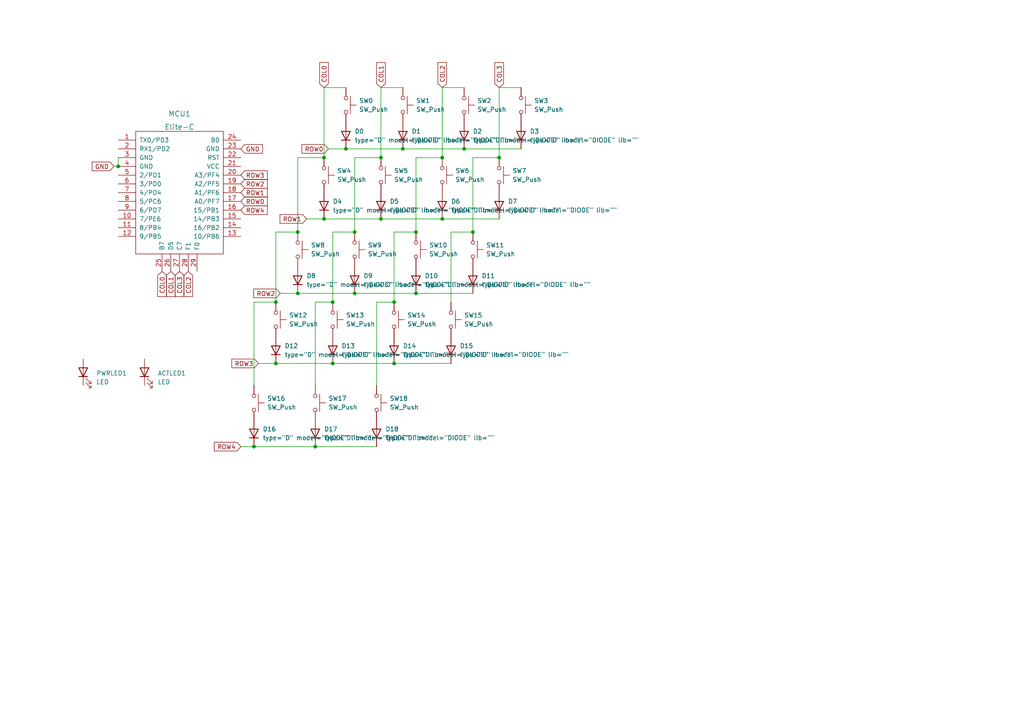
<source format=kicad_sch>
(kicad_sch (version 20211123) (generator eeschema)
  (paper "A4")
  (lib_symbols
    (symbol "Device:LED" (pin_numbers hide) (pin_names (offset 1.016) hide)
      (property "Reference" "D" (at 0 2.54 0))
      (property "Value" "LED" (at 0 -2.54 0))
      (symbol "LED_0_1"
        (polyline (pts (xy -1.27 -1.27) (xy -1.27 1.27)) (stroke (width 0.254)))
        (polyline (pts (xy -1.27 0) (xy 1.27 0)))
        (polyline (pts (xy 1.27 -1.27) (xy 1.27 1.27) (xy -1.27 0) (xy 1.27 -1.27)) (stroke (width 0.254)))
        (polyline (pts (xy -3.048 -0.762) (xy -4.572 -2.286) (xy -3.81 -2.286) (xy -4.572 -2.286) (xy -4.572 -1.524)))
        (polyline (pts (xy -1.778 -0.762) (xy -3.302 -2.286) (xy -2.54 -2.286) (xy -3.302 -2.286) (xy -3.302 -1.524)))
      )
      (symbol "LED_1_1"
        (pin passive line (at -3.81 0 0) (length 2.54) (name "K") (number "1"))
        (pin passive line (at 3.81 0 180) (length 2.54) (name "A") (number "2"))
      )
    )
    (symbol "Keebio Parts:Elite-C" (pin_names (offset 1.016))
      (property "Reference" "U" (at 0 0 0))
      (property "Value" "Elite-C" (at 0 2.54 0))
      (symbol "Elite-C_0_1"
        (rectangle (start 12.7 -19.05) (end -12.7 16.51))
      )
      (symbol "Elite-C_1_1"
        (pin input line (at -17.78 13.97 0) (length 5.08) (name "TX0/PD3") (number "1"))
        (pin input line (at -17.78 -8.89 0) (length 5.08) (name "7/PE6") (number "10"))
        (pin input line (at -17.78 -11.43 0) (length 5.08) (name "8/PB4") (number "11"))
        (pin input line (at -17.78 -13.97 0) (length 5.08) (name "9/PB5") (number "12"))
        (pin input line (at 17.78 -13.97 180) (length 5.08) (name "10/PB6") (number "13"))
        (pin input line (at 17.78 -11.43 180) (length 5.08) (name "16/PB2") (number "14"))
        (pin input line (at 17.78 -8.89 180) (length 5.08) (name "14/PB3") (number "15"))
        (pin input line (at 17.78 -6.35 180) (length 5.08) (name "15/PB1") (number "16"))
        (pin input line (at 17.78 -3.81 180) (length 5.08) (name "A0/PF7") (number "17"))
        (pin input line (at 17.78 -1.27 180) (length 5.08) (name "A1/PF6") (number "18"))
        (pin input line (at 17.78 1.27 180) (length 5.08) (name "A2/PF5") (number "19"))
        (pin input line (at -17.78 11.43 0) (length 5.08) (name "RX1/PD2") (number "2"))
        (pin input line (at 17.78 3.81 180) (length 5.08) (name "A3/PF4") (number "20"))
        (pin input line (at 17.78 6.35 180) (length 5.08) (name "VCC") (number "21"))
        (pin input line (at 17.78 8.89 180) (length 5.08) (name "RST") (number "22"))
        (pin input line (at 17.78 11.43 180) (length 5.08) (name "GND") (number "23"))
        (pin input line (at 17.78 13.97 180) (length 5.08) (name "B0") (number "24"))
        (pin input line (at -5.08 -24.13 90) (length 5.08) (name "B7") (number "25"))
        (pin input line (at -2.54 -24.13 90) (length 5.08) (name "D5") (number "26"))
        (pin input line (at 0 -24.13 90) (length 5.08) (name "C7") (number "27"))
        (pin input line (at 2.54 -24.13 90) (length 5.08) (name "F1") (number "28"))
        (pin input line (at 5.08 -24.13 90) (length 5.08) (name "F0") (number "29"))
        (pin input line (at -17.78 8.89 0) (length 5.08) (name "GND") (number "3"))
        (pin input line (at -17.78 6.35 0) (length 5.08) (name "GND") (number "4"))
        (pin input line (at -17.78 3.81 0) (length 5.08) (name "2/PD1") (number "5"))
        (pin input line (at -17.78 1.27 0) (length 5.08) (name "3/PD0") (number "6"))
        (pin input line (at -17.78 -1.27 0) (length 5.08) (name "4/PD4") (number "7"))
        (pin input line (at -17.78 -3.81 0) (length 5.08) (name "5/PC6") (number "8"))
        (pin input line (at -17.78 -6.35 0) (length 5.08) (name "6/PD7") (number "9"))
      )
    )
    (symbol "Simulation_SPICE:DIODE" (pin_numbers hide) (pin_names (offset 1.016) hide)
      (property "Reference" "D" (at 0 2.54 0))
      (property "Value" "DIODE" (at 0 -2.54 0))
      (symbol "DIODE_0_1"
        (polyline (pts (xy 1.27 0) (xy -1.27 0)))
        (polyline (pts (xy 1.27 1.27) (xy 1.27 -1.27)) (stroke (width 0.254)))
        (polyline (pts (xy -1.27 -1.27) (xy -1.27 1.27) (xy 1.27 0) (xy -1.27 -1.27)) (stroke (width 0.254)))
      )
      (symbol "DIODE_1_1"
        (pin passive line (at -3.81 0 0) (length 2.54) (name "A") (number "1"))
        (pin passive line (at 3.81 0 180) (length 2.54) (name "K") (number "2"))
      )
    )
    (symbol "Switch:SW_Push" (pin_numbers hide) (pin_names (offset 1.016) hide)
      (property "Reference" "SW" (at 1.27 2.54 0))
      (property "Value" "SW_Push" (at 0 -1.524 0))
      (symbol "SW_Push_0_1"
        (circle (center -2.032 0) (radius 0.508))
        (polyline (pts (xy 0 1.27) (xy 0 3.048)))
        (polyline (pts (xy 2.54 1.27) (xy -2.54 1.27)))
        (circle (center 2.032 0) (radius 0.508))
        (pin passive line (at -5.08 0 0) (length 2.54) (name "1") (number "1"))
        (pin passive line (at 5.08 0 180) (length 2.54) (name "2") (number "2"))
      )
    )
  )
  (junction (at 116.84 43.18))
  (junction (at 144.78 45.72))
  (junction (at 80.01 87.63))
  (junction (at 134.62 43.18))
  (junction (at 120.65 67.31))
  (junction (at 110.49 63.5))
  (junction (at 86.36 85.09))
  (junction (at 93.98 45.72))
  (junction (at 114.3 105.41))
  (junction (at 93.98 63.5))
  (junction (at 137.16 67.31))
  (junction (at 96.52 87.63))
  (junction (at 102.87 85.09))
  (junction (at 102.87 67.31))
  (junction (at 91.44 129.54))
  (junction (at 100.33 43.18))
  (junction (at 34.29 48.26))
  (junction (at 73.66 129.54))
  (junction (at 96.52 105.41))
  (junction (at 114.3 87.63))
  (junction (at 86.36 67.31))
  (junction (at 120.65 85.09))
  (junction (at 128.27 45.72))
  (junction (at 128.27 63.5))
  (junction (at 80.01 105.41))
  (junction (at 110.49 45.72))
  (wire (pts (xy 114.3 87.63) (xy 114.3 67.31)))
  (wire (pts (xy 86.36 67.31) (xy 86.36 45.72)))
  (wire (pts (xy 93.98 25.4) (xy 93.98 45.72)))
  (wire (pts (xy 114.3 67.31) (xy 120.65 67.31)))
  (wire (pts (xy 80.01 87.63) (xy 80.01 67.31)))
  (wire (pts (xy 34.29 45.72) (xy 34.29 48.26)))
  (wire (pts (xy 128.27 63.5) (xy 144.78 63.5)))
  (wire (pts (xy 120.65 67.31) (xy 120.65 45.72)))
  (wire (pts (xy 144.78 25.4) (xy 144.78 45.72)))
  (wire (pts (xy 137.16 67.31) (xy 137.16 45.72)))
  (wire (pts (xy 116.84 43.18) (xy 134.62 43.18)))
  (wire (pts (xy 93.98 63.5) (xy 110.49 63.5)))
  (wire (pts (xy 88.9 63.5) (xy 93.98 63.5)))
  (wire (pts (xy 91.44 87.63) (xy 96.52 87.63)))
  (wire (pts (xy 109.22 87.63) (xy 114.3 87.63)))
  (wire (pts (xy 134.62 43.18) (xy 151.13 43.18)))
  (wire (pts (xy 86.36 45.72) (xy 93.98 45.72)))
  (wire (pts (xy 134.62 25.4) (xy 128.27 25.4)))
  (wire (pts (xy 102.87 85.09) (xy 120.65 85.09)))
  (wire (pts (xy 100.33 25.4) (xy 93.98 25.4)))
  (wire (pts (xy 110.49 63.5) (xy 128.27 63.5)))
  (wire (pts (xy 73.66 87.63) (xy 80.01 87.63)))
  (wire (pts (xy 130.81 87.63) (xy 130.81 67.31)))
  (wire (pts (xy 151.13 25.4) (xy 144.78 25.4)))
  (wire (pts (xy 116.84 25.4) (xy 110.49 25.4)))
  (wire (pts (xy 100.33 43.18) (xy 116.84 43.18)))
  (wire (pts (xy 73.66 129.54) (xy 91.44 129.54)))
  (wire (pts (xy 120.65 85.09) (xy 137.16 85.09)))
  (wire (pts (xy 102.87 45.72) (xy 110.49 45.72)))
  (wire (pts (xy 95.25 43.18) (xy 100.33 43.18)))
  (wire (pts (xy 86.36 85.09) (xy 102.87 85.09)))
  (wire (pts (xy 80.01 67.31) (xy 86.36 67.31)))
  (wire (pts (xy 96.52 67.31) (xy 102.87 67.31)))
  (wire (pts (xy 114.3 105.41) (xy 130.81 105.41)))
  (wire (pts (xy 120.65 45.72) (xy 128.27 45.72)))
  (wire (pts (xy 137.16 45.72) (xy 144.78 45.72)))
  (wire (pts (xy 33.02 48.26) (xy 34.29 48.26)))
  (wire (pts (xy 80.01 105.41) (xy 96.52 105.41)))
  (wire (pts (xy 74.93 105.41) (xy 80.01 105.41)))
  (wire (pts (xy 110.49 25.4) (xy 110.49 45.72)))
  (wire (pts (xy 109.22 87.63) (xy 109.22 111.76)))
  (wire (pts (xy 69.85 129.54) (xy 73.66 129.54)))
  (wire (pts (xy 81.28 85.09) (xy 86.36 85.09)))
  (wire (pts (xy 130.81 67.31) (xy 137.16 67.31)))
  (wire (pts (xy 73.66 111.76) (xy 73.66 87.63)))
  (wire (pts (xy 96.52 87.63) (xy 96.52 67.31)))
  (wire (pts (xy 96.52 105.41) (xy 114.3 105.41)))
  (wire (pts (xy 91.44 129.54) (xy 109.22 129.54)))
  (wire (pts (xy 91.44 87.63) (xy 91.44 111.76)))
  (wire (pts (xy 128.27 25.4) (xy 128.27 45.72)))
  (wire (pts (xy 102.87 67.31) (xy 102.87 45.72)))
  (global_label "ROW4" (shape input) (at 69.85 129.54 180) (property "Intersheet References" "${INTERSHEET_REFS}" (effects hide)))
  (global_label "ROW1" (shape input) (at 69.85 55.88 0) (property "Intersheet References" "${INTERSHEET_REFS}" (effects hide)))
  (global_label "COL3" (shape input) (at 52.07 78.74 270) (property "Intersheet References" "${INTERSHEET_REFS}" (effects hide)))
  (global_label "COL3" (shape input) (at 144.78 25.4 90) (property "Intersheet References" "${INTERSHEET_REFS}" (effects hide)))
  (global_label "ROW0" (shape input) (at 69.85 58.42 0) (property "Intersheet References" "${INTERSHEET_REFS}" (effects hide)))
  (global_label "COL2" (shape input) (at 54.61 78.74 270) (property "Intersheet References" "${INTERSHEET_REFS}" (effects hide)))
  (global_label "GND" (shape input) (at 33.02 48.26 180) (property "Intersheet References" "${INTERSHEET_REFS}" (effects hide)))
  (global_label "COL0" (shape input) (at 93.98 25.4 90) (property "Intersheet References" "${INTERSHEET_REFS}" (effects hide)))
  (global_label "COL1" (shape input) (at 110.49 25.4 90) (property "Intersheet References" "${INTERSHEET_REFS}" (effects hide)))
  (global_label "GND" (shape input) (at 69.85 43.18 0) (property "Intersheet References" "${INTERSHEET_REFS}" (effects hide)))
  (global_label "ROW2" (shape input) (at 81.28 85.09 180) (property "Intersheet References" "${INTERSHEET_REFS}" (effects hide)))
  (global_label "ROW2" (shape input) (at 69.85 53.34 0) (property "Intersheet References" "${INTERSHEET_REFS}" (effects hide)))
  (global_label "ROW0" (shape input) (at 95.25 43.18 180) (property "Intersheet References" "${INTERSHEET_REFS}" (effects hide)))
  (global_label "COL1" (shape input) (at 49.53 78.74 270) (property "Intersheet References" "${INTERSHEET_REFS}" (effects hide)))
  (global_label "ROW4" (shape input) (at 69.85 60.96 0) (property "Intersheet References" "${INTERSHEET_REFS}" (effects hide)))
  (global_label "COL2" (shape input) (at 128.27 25.4 90) (property "Intersheet References" "${INTERSHEET_REFS}" (effects hide)))
  (global_label "ROW3" (shape input) (at 74.93 105.41 180) (property "Intersheet References" "${INTERSHEET_REFS}" (effects hide)))
  (global_label "ROW1" (shape input) (at 88.9 63.5 180) (property "Intersheet References" "${INTERSHEET_REFS}" (effects hide)))
  (global_label "COL0" (shape input) (at 46.99 78.74 270) (property "Intersheet References" "${INTERSHEET_REFS}" (effects hide)))
  (global_label "ROW3" (shape input) (at 69.85 50.8 0) (property "Intersheet References" "${INTERSHEET_REFS}" (effects hide)))
  (symbol (lib_id "Switch:SW_Push") (at 120.65 72.39 270) (unit 1)
    (property "Reference" "SW10" (at 124.46 71.1199 90) (effects (justify left)))
    (property "Value" "SW_Push" (at 124.46 73.6599 90) (effects (justify left)))
    (property "Footprint" "Keebio:Switch_THT_6x6x8.5" (effects hide))
  )
  (symbol (lib_id "Switch:SW_Push") (at 86.36 72.39 270) (unit 1)
    (property "Reference" "SW8" (at 90.17 71.1199 90) (effects (justify left)))
    (property "Value" "SW_Push" (at 90.17 73.6599 90) (effects (justify left)))
    (property "Footprint" "Keebio:Switch_THT_6x6x8.5" (effects hide))
  )
  (symbol (lib_id "Simulation_SPICE:DIODE") (at 128.27 59.69 270) (unit 1)
    (property "Reference" "D6" (at 130.81 58.4199 90) (effects (justify left)))
    (property "Value" "DIODE" (at 130.81 60.9599 90) (effects (justify left)))
    (property "Footprint" "Diode_THT:D_DO-35_SOD27_P7.62mm_Horizontal" (effects hide))
    (property "Spice_Netlist_Enabled" "Y" (effects hide))
    (property "Spice_Primitive" "D" (effects hide))
  )
  (symbol (lib_id "Switch:SW_Push") (at 96.52 92.71 270) (unit 1)
    (property "Reference" "SW13" (at 100.33 91.4399 90) (effects (justify left)))
    (property "Value" "SW_Push" (at 100.33 93.9799 90) (effects (justify left)))
    (property "Footprint" "Keebio:Switch_THT_6x6x8.5" (effects hide))
  )
  (symbol (lib_id "Switch:SW_Push") (at 109.22 116.84 270) (unit 1)
    (property "Reference" "SW18" (at 113.03 115.5699 90) (effects (justify left)))
    (property "Value" "SW_Push" (at 113.03 118.1099 90) (effects (justify left)))
    (property "Footprint" "Keebio:Switch_THT_6x6x8.5" (effects hide))
  )
  (symbol (lib_id "Simulation_SPICE:DIODE") (at 116.84 39.37 270) (unit 1)
    (property "Reference" "D1" (at 119.38 38.0999 90) (effects (justify left)))
    (property "Value" "DIODE" (at 119.38 40.6399 90) (effects (justify left)))
    (property "Footprint" "Diode_THT:D_DO-35_SOD27_P7.62mm_Horizontal" (effects hide))
    (property "Spice_Netlist_Enabled" "Y" (effects hide))
    (property "Spice_Primitive" "D" (effects hide))
  )
  (symbol (lib_id "Switch:SW_Push") (at 128.27 50.8 270) (unit 1)
    (property "Reference" "SW6" (at 132.08 49.5299 90) (effects (justify left)))
    (property "Value" "SW_Push" (at 132.08 52.0699 90) (effects (justify left)))
    (property "Footprint" "Keebio:Switch_THT_6x6x8.5" (effects hide))
  )
  (symbol (lib_id "Simulation_SPICE:DIODE") (at 109.22 125.73 270) (unit 1)
    (property "Reference" "D18" (at 111.76 124.4599 90) (effects (justify left)))
    (property "Value" "DIODE" (at 111.76 126.9999 90) (effects (justify left)))
    (property "Footprint" "Diode_THT:D_DO-35_SOD27_P7.62mm_Horizontal" (effects hide))
    (property "Spice_Netlist_Enabled" "Y" (effects hide))
    (property "Spice_Primitive" "D" (effects hide))
  )
  (symbol (lib_id "Simulation_SPICE:DIODE") (at 93.98 59.69 270) (unit 1)
    (property "Reference" "D4" (at 96.52 58.4199 90) (effects (justify left)))
    (property "Value" "DIODE" (at 96.52 60.9599 90) (effects (justify left)))
    (property "Footprint" "Diode_THT:D_DO-35_SOD27_P7.62mm_Horizontal" (effects hide))
    (property "Spice_Netlist_Enabled" "Y" (effects hide))
    (property "Spice_Primitive" "D" (effects hide))
  )
  (symbol (lib_id "Device:LED") (at 41.91 107.95 90) (unit 1)
    (property "Reference" "ACTLED1" (at 45.72 108.2674 90) (effects (justify right)))
    (property "Value" "LED" (at 45.72 110.8074 90) (effects (justify right)))
    (property "Footprint" "Keebio:LED_3mm" (effects hide))
  )
  (symbol (lib_id "Simulation_SPICE:DIODE") (at 100.33 39.37 270) (unit 1)
    (property "Reference" "D0" (at 102.87 38.0999 90) (effects (justify left)))
    (property "Value" "DIODE" (at 102.87 40.6399 90) (effects (justify left)))
    (property "Footprint" "Diode_THT:D_DO-35_SOD27_P7.62mm_Horizontal" (effects hide))
    (property "Spice_Netlist_Enabled" "Y" (effects hide))
    (property "Spice_Primitive" "D" (effects hide))
  )
  (symbol (lib_id "Simulation_SPICE:DIODE") (at 114.3 101.6 270) (unit 1)
    (property "Reference" "D14" (at 116.84 100.3299 90) (effects (justify left)))
    (property "Value" "DIODE" (at 116.84 102.8699 90) (effects (justify left)))
    (property "Footprint" "Diode_THT:D_DO-35_SOD27_P7.62mm_Horizontal" (effects hide))
    (property "Spice_Netlist_Enabled" "Y" (effects hide))
    (property "Spice_Primitive" "D" (effects hide))
  )
  (symbol (lib_id "Switch:SW_Push") (at 100.33 30.48 270) (unit 1)
    (property "Reference" "SW0" (at 104.14 29.2099 90) (effects (justify left)))
    (property "Value" "SW_Push" (at 104.14 31.7499 90) (effects (justify left)))
    (property "Footprint" "Keebio:Switch_THT_6x6x8.5" (effects hide))
  )
  (symbol (lib_id "Switch:SW_Push") (at 93.98 50.8 270) (unit 1)
    (property "Reference" "SW4" (at 97.79 49.5299 90) (effects (justify left)))
    (property "Value" "SW_Push" (at 97.79 52.0699 90) (effects (justify left)))
    (property "Footprint" "Keebio:Switch_THT_6x6x8.5" (effects hide))
  )
  (symbol (lib_id "Switch:SW_Push") (at 80.01 92.71 270) (unit 1)
    (property "Reference" "SW12" (at 83.82 91.4399 90) (effects (justify left)))
    (property "Value" "SW_Push" (at 83.82 93.9799 90) (effects (justify left)))
    (property "Footprint" "Keebio:Switch_THT_6x6x8.5" (effects hide))
  )
  (symbol (lib_id "Simulation_SPICE:DIODE") (at 130.81 101.6 270) (unit 1)
    (property "Reference" "D15" (at 133.35 100.3299 90) (effects (justify left)))
    (property "Value" "DIODE" (at 133.35 102.8699 90) (effects (justify left)))
    (property "Footprint" "Diode_THT:D_DO-35_SOD27_P7.62mm_Horizontal" (effects hide))
    (property "Spice_Netlist_Enabled" "Y" (effects hide))
    (property "Spice_Primitive" "D" (effects hide))
  )
  (symbol (lib_id "Simulation_SPICE:DIODE") (at 134.62 39.37 270) (unit 1)
    (property "Reference" "D2" (at 137.16 38.0999 90) (effects (justify left)))
    (property "Value" "DIODE" (at 137.16 40.6399 90) (effects (justify left)))
    (property "Footprint" "Diode_THT:D_DO-35_SOD27_P7.62mm_Horizontal" (effects hide))
    (property "Spice_Netlist_Enabled" "Y" (effects hide))
    (property "Spice_Primitive" "D" (effects hide))
  )
  (symbol (lib_id "Switch:SW_Push") (at 130.81 92.71 270) (unit 1)
    (property "Reference" "SW15" (at 134.62 91.4399 90) (effects (justify left)))
    (property "Value" "SW_Push" (at 134.62 93.9799 90) (effects (justify left)))
    (property "Footprint" "Keebio:Switch_THT_6x6x8.5" (effects hide))
  )
  (symbol (lib_id "Keebio Parts:Elite-C") (at 52.07 54.61 0) (unit 1)
    (property "Reference" "MCU1" (at 52.07 33.02 0) (effects (font (size 1.524 1.524))))
    (property "Value" "Elite-C" (at 52.07 36.83 0) (effects (font (size 1.524 1.524))))
    (property "Footprint" "Keebio:Elite-C" (effects hide))
  )
  (symbol (lib_id "Switch:SW_Push") (at 110.49 50.8 270) (unit 1)
    (property "Reference" "SW5" (at 114.3 49.5299 90) (effects (justify left)))
    (property "Value" "SW_Push" (at 114.3 52.0699 90) (effects (justify left)))
    (property "Footprint" "Keebio:Switch_THT_6x6x8.5" (effects hide))
  )
  (symbol (lib_id "Simulation_SPICE:DIODE") (at 151.13 39.37 270) (unit 1)
    (property "Reference" "D3" (at 153.67 38.0999 90) (effects (justify left)))
    (property "Value" "DIODE" (at 153.67 40.6399 90) (effects (justify left)))
    (property "Footprint" "Diode_THT:D_DO-35_SOD27_P7.62mm_Horizontal" (effects hide))
    (property "Spice_Netlist_Enabled" "Y" (effects hide))
    (property "Spice_Primitive" "D" (effects hide))
  )
  (symbol (lib_id "Switch:SW_Push") (at 134.62 30.48 270) (unit 1)
    (property "Reference" "SW2" (at 138.43 29.2099 90) (effects (justify left)))
    (property "Value" "SW_Push" (at 138.43 31.7499 90) (effects (justify left)))
    (property "Footprint" "Keebio:Switch_THT_6x6x8.5" (effects hide))
  )
  (symbol (lib_id "Switch:SW_Push") (at 114.3 92.71 270) (unit 1)
    (property "Reference" "SW14" (at 118.11 91.4399 90) (effects (justify left)))
    (property "Value" "SW_Push" (at 118.11 93.9799 90) (effects (justify left)))
    (property "Footprint" "Keebio:Switch_THT_6x6x8.5" (effects hide))
  )
  (symbol (lib_id "Simulation_SPICE:DIODE") (at 137.16 81.28 270) (unit 1)
    (property "Reference" "D11" (at 139.7 80.0099 90) (effects (justify left)))
    (property "Value" "DIODE" (at 139.7 82.5499 90) (effects (justify left)))
    (property "Footprint" "Diode_THT:D_DO-35_SOD27_P7.62mm_Horizontal" (effects hide))
    (property "Spice_Netlist_Enabled" "Y" (effects hide))
    (property "Spice_Primitive" "D" (effects hide))
  )
  (symbol (lib_id "Simulation_SPICE:DIODE") (at 73.66 125.73 270) (unit 1)
    (property "Reference" "D16" (at 76.2 124.4599 90) (effects (justify left)))
    (property "Value" "DIODE" (at 76.2 126.9999 90) (effects (justify left)))
    (property "Footprint" "Diode_THT:D_DO-35_SOD27_P7.62mm_Horizontal" (effects hide))
    (property "Spice_Netlist_Enabled" "Y" (effects hide))
    (property "Spice_Primitive" "D" (effects hide))
  )
  (symbol (lib_id "Simulation_SPICE:DIODE") (at 120.65 81.28 270) (unit 1)
    (property "Reference" "D10" (at 123.19 80.0099 90) (effects (justify left)))
    (property "Value" "DIODE" (at 123.19 82.5499 90) (effects (justify left)))
    (property "Footprint" "Diode_THT:D_DO-35_SOD27_P7.62mm_Horizontal" (effects hide))
    (property "Spice_Netlist_Enabled" "Y" (effects hide))
    (property "Spice_Primitive" "D" (effects hide))
  )
  (symbol (lib_id "Switch:SW_Push") (at 144.78 50.8 270) (unit 1)
    (property "Reference" "SW7" (at 148.59 49.5299 90) (effects (justify left)))
    (property "Value" "SW_Push" (at 148.59 52.0699 90) (effects (justify left)))
    (property "Footprint" "Keebio:Switch_THT_6x6x8.5" (effects hide))
  )
  (symbol (lib_id "Switch:SW_Push") (at 102.87 72.39 270) (unit 1)
    (property "Reference" "SW9" (at 106.68 71.1199 90) (effects (justify left)))
    (property "Value" "SW_Push" (at 106.68 73.6599 90) (effects (justify left)))
    (property "Footprint" "Keebio:Switch_THT_6x6x8.5" (effects hide))
  )
  (symbol (lib_id "Device:LED") (at 24.13 107.95 90) (unit 1)
    (property "Reference" "PWRLED1" (at 27.94 108.2674 90) (effects (justify right)))
    (property "Value" "LED" (at 27.94 110.8074 90) (effects (justify right)))
    (property "Footprint" "Keebio:LED_3mm" (effects hide))
  )
  (symbol (lib_id "Simulation_SPICE:DIODE") (at 80.01 101.6 270) (unit 1)
    (property "Reference" "D12" (at 82.55 100.3299 90) (effects (justify left)))
    (property "Value" "DIODE" (at 82.55 102.8699 90) (effects (justify left)))
    (property "Footprint" "Diode_THT:D_DO-35_SOD27_P7.62mm_Horizontal" (effects hide))
    (property "Spice_Netlist_Enabled" "Y" (effects hide))
    (property "Spice_Primitive" "D" (effects hide))
  )
  (symbol (lib_id "Simulation_SPICE:DIODE") (at 110.49 59.69 270) (unit 1)
    (property "Reference" "D5" (at 113.03 58.4199 90) (effects (justify left)))
    (property "Value" "DIODE" (at 113.03 60.9599 90) (effects (justify left)))
    (property "Footprint" "Diode_THT:D_DO-35_SOD27_P7.62mm_Horizontal" (effects hide))
    (property "Spice_Netlist_Enabled" "Y" (effects hide))
    (property "Spice_Primitive" "D" (effects hide))
  )
  (symbol (lib_id "Simulation_SPICE:DIODE") (at 91.44 125.73 270) (unit 1)
    (property "Reference" "D17" (at 93.98 124.4599 90) (effects (justify left)))
    (property "Value" "DIODE" (at 93.98 126.9999 90) (effects (justify left)))
    (property "Footprint" "Diode_THT:D_DO-35_SOD27_P7.62mm_Horizontal" (effects hide))
    (property "Spice_Netlist_Enabled" "Y" (effects hide))
    (property "Spice_Primitive" "D" (effects hide))
  )
  (symbol (lib_id "Simulation_SPICE:DIODE") (at 144.78 59.69 270) (unit 1)
    (property "Reference" "D7" (at 147.32 58.4199 90) (effects (justify left)))
    (property "Value" "DIODE" (at 147.32 60.9599 90) (effects (justify left)))
    (property "Footprint" "Diode_THT:D_DO-35_SOD27_P7.62mm_Horizontal" (effects hide))
    (property "Spice_Netlist_Enabled" "Y" (effects hide))
    (property "Spice_Primitive" "D" (effects hide))
  )
  (symbol (lib_id "Switch:SW_Push") (at 116.84 30.48 270) (unit 1)
    (property "Reference" "SW1" (at 120.65 29.2099 90) (effects (justify left)))
    (property "Value" "SW_Push" (at 120.65 31.7499 90) (effects (justify left)))
    (property "Footprint" "Keebio:Switch_THT_6x6x8.5" (effects hide))
  )
  (symbol (lib_id "Switch:SW_Push") (at 73.66 116.84 270) (unit 1)
    (property "Reference" "SW16" (at 77.47 115.5699 90) (effects (justify left)))
    (property "Value" "SW_Push" (at 77.47 118.1099 90) (effects (justify left)))
    (property "Footprint" "Keebio:Switch_THT_6x6x8.5" (effects hide))
  )
  (symbol (lib_id "Switch:SW_Push") (at 91.44 116.84 270) (unit 1)
    (property "Reference" "SW17" (at 95.25 115.5699 90) (effects (justify left)))
    (property "Value" "SW_Push" (at 95.25 118.1099 90) (effects (justify left)))
    (property "Footprint" "Keebio:Switch_THT_6x6x8.5" (effects hide))
  )
  (symbol (lib_id "Switch:SW_Push") (at 151.13 30.48 270) (unit 1)
    (property "Reference" "SW3" (at 154.94 29.2099 90) (effects (justify left)))
    (property "Value" "SW_Push" (at 154.94 31.7499 90) (effects (justify left)))
    (property "Footprint" "Keebio:Switch_THT_6x6x8.5" (effects hide))
  )
  (symbol (lib_id "Simulation_SPICE:DIODE") (at 86.36 81.28 270) (unit 1)
    (property "Reference" "D8" (at 88.9 80.0099 90) (effects (justify left)))
    (property "Value" "DIODE" (at 88.9 82.5499 90) (effects (justify left)))
    (property "Footprint" "Diode_THT:D_DO-35_SOD27_P7.62mm_Horizontal" (effects hide))
    (property "Spice_Netlist_Enabled" "Y" (effects hide))
    (property "Spice_Primitive" "D" (effects hide))
  )
  (symbol (lib_id "Switch:SW_Push") (at 137.16 72.39 270) (unit 1)
    (property "Reference" "SW11" (at 140.97 71.1199 90) (effects (justify left)))
    (property "Value" "SW_Push" (at 140.97 73.6599 90) (effects (justify left)))
    (property "Footprint" "Keebio:Switch_THT_6x6x8.5" (effects hide))
  )
  (symbol (lib_id "Simulation_SPICE:DIODE") (at 96.52 101.6 270) (unit 1)
    (property "Reference" "D13" (at 99.06 100.3299 90) (effects (justify left)))
    (property "Value" "DIODE" (at 99.06 102.8699 90) (effects (justify left)))
    (property "Footprint" "Diode_THT:D_DO-35_SOD27_P7.62mm_Horizontal" (effects hide))
    (property "Spice_Netlist_Enabled" "Y" (effects hide))
    (property "Spice_Primitive" "D" (effects hide))
  )
  (symbol (lib_id "Simulation_SPICE:DIODE") (at 102.87 81.28 270) (unit 1)
    (property "Reference" "D9" (at 105.41 80.0099 90) (effects (justify left)))
    (property "Value" "DIODE" (at 105.41 82.5499 90) (effects (justify left)))
    (property "Footprint" "Diode_THT:D_DO-35_SOD27_P7.62mm_Horizontal" (effects hide))
    (property "Spice_Netlist_Enabled" "Y" (effects hide))
    (property "Spice_Primitive" "D" (effects hide))
  )
)
</source>
